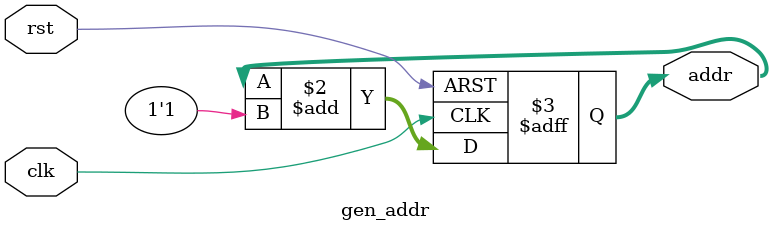
<source format=v>
`timescale 1ns / 1ps


module gen_addr #(
    parameter SIZE = 3
    )
    (
    input clk,
    input rst,
    output [SIZE-1:0] addr
    );
    reg [SIZE-1:0] addr;
    
    always @ (posedge clk, posedge rst) begin
        if (rst) addr <= 3'b0;
        else addr <= addr + 1'b1;
    end
    
endmodule

</source>
